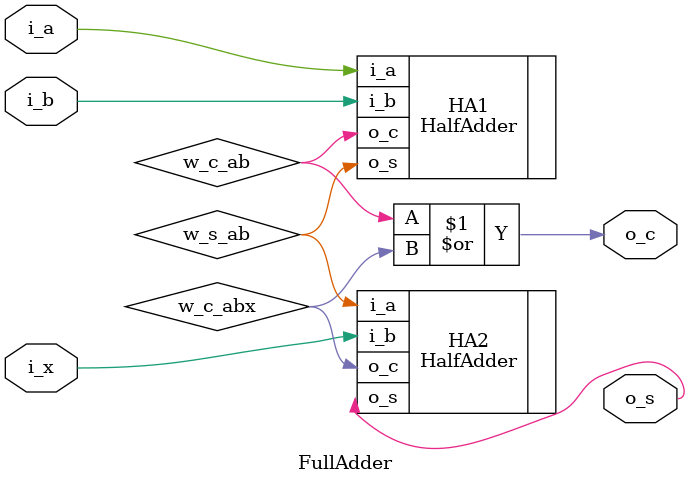
<source format=v>
module FullAdder(
        input i_a,
        input i_b,
        input i_x,
        output o_c,
        output o_s
    );

    wire w_c_ab;
    wire w_s_ab;
    wire w_c_abx;

    HalfAdder HA1(
                  .i_a(i_a),
                  .i_b(i_b),
                  .o_c(w_c_ab),
                  .o_s(w_s_ab)
              );

    HalfAdder HA2(
                  .i_a(w_s_ab),
                  .i_b(i_x),
                  .o_c(w_c_abx),
                  .o_s(o_s)
              );

    assign o_c = w_c_ab | w_c_abx;

endmodule

</source>
